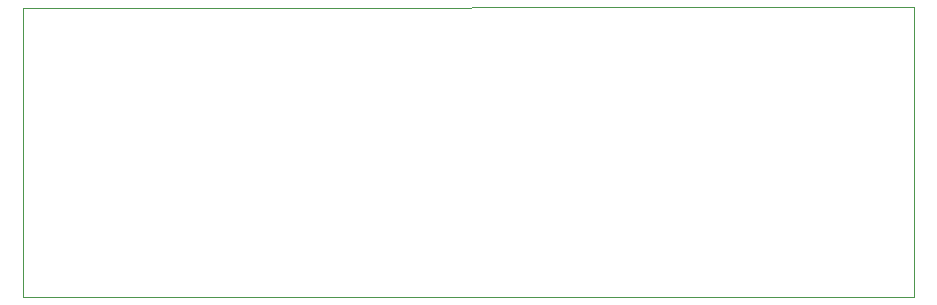
<source format=gbr>
%TF.GenerationSoftware,KiCad,Pcbnew,6.0.11-2627ca5db0~126~ubuntu20.04.1*%
%TF.CreationDate,2023-10-30T14:57:03+01:00*%
%TF.ProjectId,usb-interface,7573622d-696e-4746-9572-666163652e6b,rev?*%
%TF.SameCoordinates,Original*%
%TF.FileFunction,Profile,NP*%
%FSLAX46Y46*%
G04 Gerber Fmt 4.6, Leading zero omitted, Abs format (unit mm)*
G04 Created by KiCad (PCBNEW 6.0.11-2627ca5db0~126~ubuntu20.04.1) date 2023-10-30 14:57:03*
%MOMM*%
%LPD*%
G01*
G04 APERTURE LIST*
%TA.AperFunction,Profile*%
%ADD10C,0.050000*%
%TD*%
G04 APERTURE END LIST*
D10*
X97500000Y-69950000D02*
X22000000Y-70000000D01*
X22000000Y-70000000D02*
X22000000Y-94500000D01*
X97500000Y-94450000D02*
X97500000Y-69950000D01*
X22000000Y-94500000D02*
X97500000Y-94450000D01*
M02*

</source>
